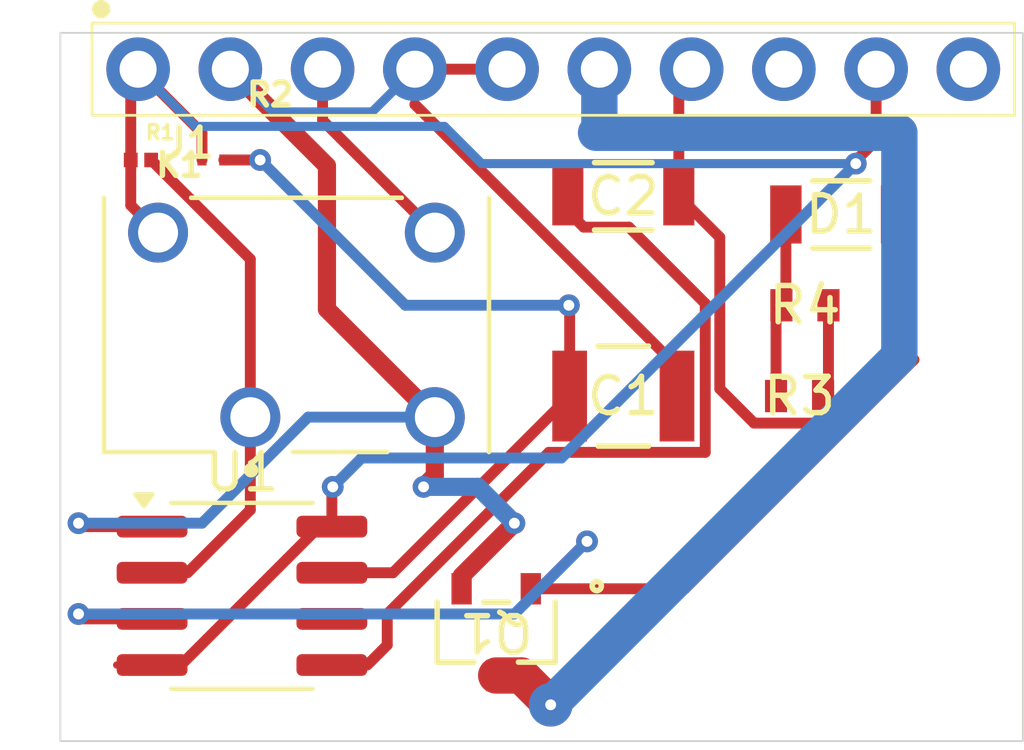
<source format=kicad_pcb>
(kicad_pcb (version 20240108) (generator "pcbnew") (generator_version "8.0")
  (layers (0 "F.Cu" signal) (31 "B.Cu" signal) (34 "B.Paste" user) (35 "F.Paste" user) (36 "B.SilkS" user "B.Silkscreen") (37 "F.SilkS" user "F.Silkscreen") (38 "B.Mask" user) (39 "F.Mask" user) (44 "Edge.Cuts" user))
  (net 0 "")
  (net 1 "Net-(U1-CV)")
  (net 2 "/GND")
  (net 3 "Net-(U1-TR)")
  (net 4 "/Vs")
  (net 5 "Net-(U1-DIS)")
  (net 6 "Net-(D1-K)")
  (net 7 "Net-(D1-A)")
  (net 10 "Net-(Q1-D)")
  (net 11 "Net-(J1-Pad3)")
  (footprint "1k Resistor:STA_RMCF0603_STP-L" (layer "F.Cu") (at 74.5 33)
    (property "Reference" "R4" (at 0 0 0) (layer "F.SilkS"))
    (property "Value" "1k")
    (pad "1" smd rect (at -0.6477 0) (size 0.6096 0.889) (layers "F.Cu" "F.Paste" "F.Mask") (net 6 "Net-(D1-K)"))
    (pad "2" smd rect (at 0.6477 0) (size 0.6096 0.889) (layers "F.Cu" "F.Paste" "F.Mask") (net 2 "/GND"))
  )
  (footprint "RTDS LED:SOT23_INF" (layer "F.Cu") (at 66 42 180)
    (property "Reference" "Q1" (at 0 0 180) (layer "F.SilkS"))
    (property "Value" "AON6411")
    (fp_line (start 1.6256 0.8255) (end 1.6256 -0.8255) (stroke (width 0.1524)) (layer "F.SilkS"))
    (fp_line (start 1.6256 -0.8255) (end 0.61214 -0.8255) (stroke (width 0.1524)) (layer "F.SilkS"))
    (fp_line (start -0.34036 0.8255) (end 0.34036 0.8255) (stroke (width 0.1524)) (layer "F.SilkS"))
    (fp_line (start -0.61214 -0.8255) (end -1.6256 -0.8255) (stroke (width 0.1524)) (layer "F.SilkS"))
    (fp_line (start -1.6256 -0.8255) (end -1.6256 0.8255) (stroke (width 0.1524)) (layer "F.SilkS"))
    (fp_circle (center -2.7686 1.27) (end -2.6416 1.27) (stroke (width 0.1524)) (fill none) (layer "F.SilkS"))
    (pad "1" smd rect (at -0.9525 1.1938 180) (size 0.5588 0.8636) (layers "F.Cu" "F.Paste" "F.Mask") (net 7 "Net-(D1-A)"))
    (pad "2" smd rect (at 0.9525 1.1938 180) (size 0.5588 0.8636) (layers "F.Cu" "F.Paste" "F.Mask") (net 2 "/GND"))
    (pad "3" smd rect (at 0 -1.1938 180) (size 0.5588 0.8636) (layers "F.Cu" "F.Paste" "F.Mask") (net 10 "Net-(Q1-D)"))
  )
  (footprint "Yellow RTDS LED:LED_AP3216SYD_KNB" (layer "F.Cu") (at 75.5 30.5)
    (property "Reference" "D1" (at 0 0 0) (layer "F.SilkS"))
    (property "Value" "LED (Test)")
    (fp_line (start -0.78465 0.9271) (end 0.78465 0.9271) (stroke (width 0.1524)) (layer "F.SilkS"))
    (fp_line (start 0.78465 -0.9271) (end -0.78465 -0.9271) (stroke (width 0.1524)) (layer "F.SilkS"))
    (pad "1" smd rect (at -1.524 0) (size 0.8636 1.6002) (layers "F.Cu" "F.Paste" "F.Mask") (net 6 "Net-(D1-K)"))
    (pad "2" smd rect (at 1.524 0) (size 0.8636 1.6002) (layers "F.Cu" "F.Paste" "F.Mask") (net 7 "Net-(D1-A)"))
  )
  (footprint "57.6 RTDS Resistor:RES_ERJ1GNF5762C" (layer "F.Cu") (at 58.2 29)
    (property "Reference" "R2" (at 1.575 -1.8 0) (layer "F.SilkS") (effects (font (size 0.629921 0.629921))))
    (property "Value" "57.6k")
    (pad "1" smd rect (at -0.3 0) (size 0.25 0.3) (layers "F.Cu" "F.Paste" "F.Mask") (net 4 "/Vs"))
    (pad "2" smd rect (at 0.3 0) (size 0.25 0.3) (layers "F.Cu" "F.Paste" "F.Mask") (net 5 "Net-(U1-DIS)"))
  )
  (footprint "RTDS Relay:RELAY_G6L-1P_DC5" (layer "F.Cu") (at 60.5 33.54)
    (property "Reference" "K1" (at -3.218 -4.4064 0) (layer "F.SilkS") (effects (font (size 0.64 0.64))))
    (property "Value" "G6L-1P_DC5")
    (fp_line (start -5.3 -3.5) (end -5.3 3.5) (stroke (width 0.127)) (layer "F.SilkS"))
    (fp_line (start -5.3 3.5) (end -2.3 3.5) (stroke (width 0.127)) (layer "F.SilkS"))
    (fp_line (start -0.1 3.5) (end 2.5 3.5) (stroke (width 0.127)) (layer "F.SilkS"))
    (fp_line (start 2.9 -3.5) (end -2.9 -3.5) (stroke (width 0.127)) (layer "F.SilkS"))
    (fp_line (start 5.3 3.5) (end 5.3 -3.5) (stroke (width 0.127)) (layer "F.SilkS"))
    (fp_circle (center -1.25 4) (end -1.15 4) (stroke (width 0.2)) (fill none) (layer "F.SilkS"))
    (pad "2" thru_hole circle (at -1.27 2.54) (size 1.65 1.65) (drill 1.1) (layers "*.Cu" "*.Mask") (net 3 "Net-(U1-TR)"))
    (pad "4" thru_hole circle (at 3.81 2.54) (size 1.65 1.65) (drill 1.1) (layers "*.Cu" "*.Mask") (net 2 "/GND"))
    (pad "5" thru_hole circle (at 3.81 -2.54) (size 1.65 1.65) (drill 1.1) (layers "*.Cu" "*.Mask") (net 11 "Net-(J1-Pad3)"))
    (pad "8" thru_hole circle (at -3.81 -2.54) (size 1.65 1.65) (drill 1.1) (layers "*.Cu" "*.Mask") (net 4 "/Vs"))
  )
  (footprint "Capacitor 47u:CAP_CL32_SAM" (layer "F.Cu") (at 69.5 35.5)
    (property "Reference" "C1" (at 0 0 0) (layer "F.SilkS"))
    (property "Value" "47u")
    (fp_line (start -0.692451 1.377) (end 0.692451 1.377) (stroke (width 0.1524)) (layer "F.SilkS"))
    (fp_line (start 0.692451 -1.377) (end -0.692451 -1.377) (stroke (width 0.1524)) (layer "F.SilkS"))
    (pad "1" smd rect (at -1.477801 0) (size 0.9556 2.5) (layers "F.Cu" "F.Paste" "F.Mask") (net 5 "Net-(U1-DIS)"))
    (pad "2" smd rect (at 1.477801 0) (size 0.9556 2.5) (layers "F.Cu" "F.Paste" "F.Mask") (net 2 "/GND"))
  )
  (footprint "10K RTDS Resistor:RESC0603X26N" (layer "F.Cu") (at 56.219 29)
    (property "Reference" "R1" (at 0.53 -0.76 0) (layer "F.SilkS") (effects (font (size 0.393701 0.393701))))
    (property "Value" "10k")
    (pad "1" smd rect (at -0.281 0) (size 0.38 0.4) (layers "F.Cu" "F.Paste" "F.Mask") (net 4 "/Vs"))
    (pad "2" smd rect (at 0.281 0) (size 0.38 0.4) (layers "F.Cu" "F.Paste" "F.Mask") (net 3 "Net-(U1-TR)"))
  )
  (footprint "Package_SO:SOIC-8_3.9x4.9mm_P1.27mm" (layer "F.Cu") (at 59 41)
    (property "Reference" "U1" (at 0 -3.4 0) (layer "F.SilkS"))
    (property "Value" "NE555D")
    (fp_line (start 0 -2.56) (end -1.95 -2.56) (stroke (width 0.12)) (layer "F.SilkS"))
    (fp_line (start 0 -2.56) (end 1.95 -2.56) (stroke (width 0.12)) (layer "F.SilkS"))
    (fp_line (start 0 2.56) (end -1.95 2.56) (stroke (width 0.12)) (layer "F.SilkS"))
    (fp_line (start 0 2.56) (end 1.95 2.56) (stroke (width 0.12)) (layer "F.SilkS"))
    (fp_poly (pts (xy -2.7 -2.465) (xy -2.94 -2.795) (xy -2.46 -2.795) (xy -2.7 -2.465)) (stroke (width 0.12)) (fill solid) (layer "F.SilkS"))
    (pad "1" smd roundrect (at -2.475 -1.905) (size 1.95 0.6) (layers "F.Cu" "F.Paste" "F.Mask") (net 2 "/GND"))
    (pad "2" smd roundrect (at -2.475 -0.635) (size 1.95 0.6) (layers "F.Cu" "F.Paste" "F.Mask") (net 3 "Net-(U1-TR)"))
    (pad "3" smd roundrect (at -2.475 0.635) (size 1.95 0.6) (layers "F.Cu" "F.Paste" "F.Mask") (net 7 "Net-(D1-A)"))
    (pad "4" smd roundrect (at -2.475 1.905) (size 1.95 0.6) (layers "F.Cu" "F.Paste" "F.Mask") (net 4 "/Vs"))
    (pad "5" smd roundrect (at 2.475 1.905) (size 1.95 0.6) (layers "F.Cu" "F.Paste" "F.Mask") (net 1 "Net-(U1-CV)"))
    (pad "6" smd roundrect (at 2.475 0.635) (size 1.95 0.6) (layers "F.Cu" "F.Paste" "F.Mask") (net 5 "Net-(U1-DIS)"))
    (pad "7" smd roundrect (at 2.475 -0.635) (size 1.95 0.6) (layers "F.Cu" "F.Paste" "F.Mask") (net 5 "Net-(U1-DIS)"))
    (pad "8" smd roundrect (at 2.475 -1.905) (size 1.95 0.6) (layers "F.Cu" "F.Paste" "F.Mask") (net 4 "/Vs"))
  )
  (footprint "Capacitor 0.1u:CAP_CL31_SAM" (layer "F.Cu") (at 69.5 30)
    (property "Reference" "C2" (at 0 0 0) (layer "F.SilkS"))
    (property "Value" "0.1u")
    (fp_line (start -0.792451 0.927) (end 0.792451 0.927) (stroke (width 0.1524)) (layer "F.SilkS"))
    (fp_line (start 0.792451 -0.927) (end -0.792451 -0.927) (stroke (width 0.1524)) (layer "F.SilkS"))
    (pad "1" smd rect (at -1.527801 0) (size 0.8556 1.6) (layers "F.Cu" "F.Paste" "F.Mask") (net 1 "Net-(U1-CV)"))
    (pad "2" smd rect (at 1.527801 0) (size 0.8556 1.6) (layers "F.Cu" "F.Paste" "F.Mask") (net 2 "/GND"))
  )
  (footprint "1k Resistor:STA_RMCF0603_STP-L" (layer "F.Cu") (at 74.3523 35.5)
    (property "Reference" "R3" (at 0 0 0) (layer "F.SilkS"))
    (property "Value" "1k")
    (pad "1" smd rect (at -0.6477 0) (size 0.6096 0.889) (layers "F.Cu" "F.Paste" "F.Mask") (net 6 "Net-(D1-K)"))
    (pad "2" smd rect (at 0.6477 0) (size 0.6096 0.889) (layers "F.Cu" "F.Paste" "F.Mask") (net 2 "/GND"))
  )
  (footprint "10 pin output:1X10-2.54MM-THT" (layer "F.Cu") (at 56.14 26.5)
    (property "Reference" "J1" (at 1.397 2.032 0) (layer "F.SilkS") (effects (font (size 0.8 0.8))))
    (property "Value" "PH1-10-UA")
    (fp_line (start -1.27 -1.27) (end -1.27 1.27) (stroke (width 0.0762)) (layer "F.SilkS"))
    (fp_line (start -1.27 -1.27) (end 24.13 -1.27) (stroke (width 0.0762)) (layer "F.SilkS"))
    (fp_line (start 24.13 -1.27) (end 24.13 1.27) (stroke (width 0.0762)) (layer "F.SilkS"))
    (fp_line (start 24.13 1.27) (end -1.27 1.27) (stroke (width 0.0762)) (layer "F.SilkS"))
    (fp_circle (center -1.016 -1.651) (end -0.762 -1.651) (fill solid) (layer "F.SilkS"))
    (pad "1" thru_hole circle (at 0 0) (size 1.75 1.75) (drill 1.02) (layers "*.Cu" "*.Mask") (net 4 "/Vs"))
    (pad "2" thru_hole circle (at 2.54 0) (size 1.75 1.75) (drill 1.02) (layers "*.Cu" "*.Mask") (net 2 "/GND"))
    (pad "3" thru_hole circle (at 5.08 0) (size 1.75 1.75) (drill 1.02) (layers "*.Cu" "*.Mask") (net 11 "Net-(J1-Pad3)"))
    (pad "4" thru_hole circle (at 7.62 0) (size 1.75 1.75) (drill 1.02) (layers "*.Cu" "*.Mask") (net 2 "/GND"))
    (pad "5" thru_hole circle (at 10.16 0) (size 1.75 1.75) (drill 1.02) (layers "*.Cu" "*.Mask") (net 2 "/GND"))
    (pad "6" thru_hole circle (at 12.7 0) (size 1.75 1.75) (drill 1.02) (layers "*.Cu" "*.Mask") (net 10 "Net-(Q1-D)"))
    (pad "7" thru_hole circle (at 15.24 0) (size 1.75 1.75) (drill 1.02) (layers "*.Cu" "*.Mask") (net 2 "/GND"))
    (pad "8" thru_hole circle (at 17.78 0) (size 1.75 1.75) (drill 1.02) (layers "*.Cu" "*.Mask"))
    (pad "9" thru_hole circle (at 20.32 0) (size 1.75 1.75) (drill 1.02) (layers "*.Cu" "*.Mask") (net 4 "/Vs"))
    (pad "10" thru_hole circle (at 22.86 0) (size 1.75 1.75) (drill 1.02) (layers "*.Cu" "*.Mask"))
  )
  (gr_rect (start 54 25.5) (end 80.5 45) (stroke (width 0.05)) (fill none) (layer "Edge.Cuts"))
  (segment (start 68.409377 30.8492) (end 69.6538 30.8492) (width 0.3) (layer "F.Cu") (net 1))
  (segment (start 67.972199 30) (end 67.972199 30.412022) (width 0.2) (layer "F.Cu") (net 1))
  (segment (start 67.45 37.05) (end 63 41.5) (width 0.3) (layer "F.Cu") (net 1))
  (segment (start 71.755601 37.05) (end 67.45 37.05) (width 0.3) (layer "F.Cu") (net 1))
  (segment (start 71.755601 32.951001) (end 71.755601 37.05) (width 0.3) (layer "F.Cu") (net 1))
  (segment (start 63 41.5) (end 63 42.354999) (width 0.3) (layer "F.Cu") (net 1))
  (segment (start 63 42.354999) (end 62.449999 42.905) (width 0.3) (layer "F.Cu") (net 1))
  (segment (start 69.6538 30.8492) (end 71.755601 32.951001) (width 0.3) (layer "F.Cu") (net 1))
  (segment (start 67.972199 30.412022) (end 68.409377 30.8492) (width 0.3) (layer "F.Cu") (net 1))
  (segment (start 62.449999 42.905) (end 61.475 42.905) (width 0.2) (layer "F.Cu") (net 1))
  (segment (start 72.155601 35.300301) (end 73.0998 36.2445) (width 0.3) (layer "F.Cu") (net 2))
  (segment (start 75.1477 33) (end 75.1477 35.3523) (width 0.3) (layer "F.Cu") (net 2))
  (segment (start 71.027801 26.852199) (end 71.38 26.5) (width 0.2) (layer "F.Cu") (net 2))
  (segment (start 72.155601 31.1278) (end 72.155601 35.300301) (width 0.3) (layer "F.Cu") (net 2))
  (segment (start 65.0475 40.4525) (end 66.5 39) (width 0.5) (layer "F.Cu") (net 2))
  (segment (start 71.027801 30) (end 71.027801 26.852199) (width 0.3) (layer "F.Cu") (net 2))
  (segment (start 74.9 36.2445) (end 75 36.1445) (width 0.3) (layer "F.Cu") (net 2))
  (segment (start 71.027801 30) (end 72.155601 31.1278) (width 0.3) (layer "F.Cu") (net 2))
  (segment (start 70.977801 35.5) (end 70.977801 34.687978) (width 0.2) (layer "F.Cu") (net 2))
  (segment (start 61.34 29.16) (end 58.68 26.5) (width 0.5) (layer "F.Cu") (net 2))
  (segment (start 75 36.1445) (end 75 35.5) (width 0.3) (layer "F.Cu") (net 2))
  (segment (start 56.525 39.095) (end 54.595 39.095) (width 0.3) (layer "F.Cu") (net 2))
  (segment (start 64.31 36.08) (end 64.31 37.69) (width 0.5) (layer "F.Cu") (net 2))
  (segment (start 70.977801 34.687978) (end 63.76 27.470177) (width 0.3) (layer "F.Cu") (net 2))
  (segment (start 54.595 39.095) (end 54.5 39) (width 0.2) (layer "F.Cu") (net 2))
  (segment (start 63.76 26.5) (end 66.3 26.5) (width 0.3) (layer "F.Cu") (net 2))
  (segment (start 65.0475 40.8062) (end 65.0475 40.4525) (width 0.2) (layer "F.Cu") (net 2))
  (segment (start 75.1477 35.3523) (end 75 35.5) (width 0.2) (layer "F.Cu") (net 2))
  (segment (start 73.0998 36.2445) (end 74.9 36.2445) (width 0.3) (layer "F.Cu") (net 2))
  (segment (start 64.31 37.69) (end 64 38) (width 0.5) (layer "F.Cu") (net 2))
  (segment (start 64.31 36.08) (end 61.34 33.11) (width 0.5) (layer "F.Cu") (net 2))
  (segment (start 61.34 33.11) (end 61.34 29.16) (width 0.5) (layer "F.Cu") (net 2))
  (segment (start 63.76 27.470177) (end 63.76 26.5) (width 0.2) (layer "F.Cu") (net 2))
  (via (at 66.5 39) (size 0.6) (drill 0.3) (layers "F.Cu" "B.Cu") (net 2))
  (via (at 64 38) (size 0.6) (drill 0.3) (layers "F.Cu" "B.Cu") (net 2))
  (via (at 54.5 39) (size 0.6) (drill 0.3) (layers "F.Cu" "B.Cu") (net 2))
  (segment (start 57.900991 39) (end 60.820991 36.08) (width 0.3) (layer "B.Cu") (net 2))
  (segment (start 54.5 39) (end 57.900991 39) (width 0.3) (layer "B.Cu") (net 2))
  (segment (start 65.5 38) (end 66.5 39) (width 0.5) (layer "B.Cu") (net 2))
  (segment (start 59.855 27.675) (end 58.68 26.5) (width 0.25) (layer "B.Cu") (net 2))
  (segment (start 62.585 27.675) (end 59.855 27.675) (width 0.25) (layer "B.Cu") (net 2))
  (segment (start 63.76 26.5) (end 62.585 27.675) (width 0.25) (layer "B.Cu") (net 2))
  (segment (start 60.820991 36.08) (end 64.31 36.08) (width 0.3) (layer "B.Cu") (net 2))
  (segment (start 64 38) (end 65.5 38) (width 0.5) (layer "B.Cu") (net 2))
  (segment (start 57.499999 40.365) (end 56.525 40.365) (width 0.2) (layer "F.Cu") (net 3))
  (segment (start 59.23 36.08) (end 59.23 38.634999) (width 0.3) (layer "F.Cu") (net 3))
  (segment (start 59.23 36.08) (end 59.23 31.73) (width 0.3) (layer "F.Cu") (net 3))
  (segment (start 59.23 31.73) (end 56.5 29) (width 0.3) (layer "F.Cu") (net 3))
  (segment (start 59.23 38.634999) (end 57.499999 40.365) (width 0.3) (layer "F.Cu") (net 3))
  (segment (start 57.9 29) (end 57.9 28.26) (width 0.3) (layer "F.Cu") (net 4))
  (segment (start 56.525 42.905) (end 57.319448 42.905) (width 0.2) (layer "F.Cu") (net 4))
  (segment (start 61.475 38.025) (end 61.5 38) (width 0.2) (layer "F.Cu") (net 4))
  (segment (start 57.9 28.26) (end 56.14 26.5) (width 0.3) (layer "F.Cu") (net 4))
  (segment (start 55.550001 42.905) (end 56.525 42.905) (width 0.2) (layer "F.Cu") (net 4))
  (segment (start 61.129448 39.095) (end 61.475 39.095) (width 0.2) (layer "F.Cu") (net 4))
  (segment (start 75.9 29.02) (end 75.9 29.1) (width 0.2) (layer "F.Cu") (net 4))
  (segment (start 55.938 26.702) (end 56.14 26.5) (width 0.2) (layer "F.Cu") (net 4))
  (segment (start 61.475 39.095) (end 61.475 38.025) (width 0.3) (layer "F.Cu") (net 4))
  (segment (start 76.46 26.5) (end 76.46 28.46) (width 0.3) (layer "F.Cu") (net 4))
  (segment (start 55.938 30.248) (end 56.69 31) (width 0.3) (layer "F.Cu") (net 4))
  (segment (start 55.938 29) (end 55.938 26.702) (width 0.3) (layer "F.Cu") (net 4))
  (segment (start 57.319448 42.905) (end 61.129448 39.095) (width 0.3) (layer "F.Cu") (net 4))
  (segment (start 76.46 28.46) (end 75.9 29.02) (width 0.3) (layer "F.Cu") (net 4))
  (segment (start 55.938 29) (end 55.938 30.248) (width 0.3) (layer "F.Cu") (net 4))
  (via (at 75.9 29.1) (size 0.6) (drill 0.3) (layers "F.Cu" "B.Cu") (net 4))
  (via (at 61.5 38) (size 0.6) (drill 0.3) (layers "F.Cu" "B.Cu") (net 4))
  (segment (start 62.295 37.205) (end 61.5 38) (width 0.3) (layer "B.Cu") (net 4))
  (segment (start 75.9 29.1) (end 65.6 29.1) (width 0.25) (layer "B.Cu") (net 4))
  (segment (start 57.715 28.075) (end 56.14 26.5) (width 0.25) (layer "B.Cu") (net 4))
  (segment (start 65.6 29.1) (end 64.575 28.075) (width 0.25) (layer "B.Cu") (net 4))
  (segment (start 67.795 37.205) (end 62.295 37.205) (width 0.3) (layer "B.Cu") (net 4))
  (segment (start 75.9 29.1) (end 67.795 37.205) (width 0.3) (layer "B.Cu") (net 4))
  (segment (start 64.575 28.075) (end 57.715 28.075) (width 0.25) (layer "B.Cu") (net 4))
  (segment (start 68.022199 35.5) (end 68.022199 33.022199) (width 0.3) (layer "F.Cu") (net 5))
  (segment (start 58.5 29) (end 59.5 29) (width 0.3) (layer "F.Cu") (net 5))
  (segment (start 68.022199 33.022199) (end 68 33) (width 0.2) (layer "F.Cu") (net 5))
  (segment (start 68.022199 35.5) (end 63.157199 40.365) (width 0.3) (layer "F.Cu") (net 5))
  (segment (start 63.157199 40.365) (end 61.475 40.365) (width 0.3) (layer "F.Cu") (net 5))
  (via (at 68 33) (size 0.6) (drill 0.3) (layers "F.Cu" "B.Cu") (net 5))
  (via (at 59.5 29) (size 0.6) (drill 0.3) (layers "F.Cu" "B.Cu") (net 5))
  (segment (start 63.5 33) (end 68 33) (width 0.3) (layer "B.Cu") (net 5))
  (segment (start 59.5 29) (end 63.5 33) (width 0.3) (layer "B.Cu") (net 5))
  (segment (start 73.8523 33) (end 73.8523 33.1477) (width 0.2) (layer "F.Cu") (net 6))
  (segment (start 73.8523 33.1477) (end 73.7046 33.2954) (width 0.2) (layer "F.Cu") (net 6))
  (segment (start 73.976 30.5) (end 73.976 32.8763) (width 0.3) (layer "F.Cu") (net 6))
  (segment (start 73.976 32.8763) (end 73.8523 33) (width 0.2) (layer "F.Cu") (net 6))
  (segment (start 73.7046 33.2954) (end 73.7046 35.5) (width 0.3) (layer "F.Cu") (net 6))
  (segment (start 73.8523 30.1477) (end 74 30) (width 0.2) (layer "F.Cu") (net 6))
  (segment (start 71.1938 40.8062) (end 66.9525 40.8062) (width 0.3) (layer "F.Cu") (net 7))
  (segment (start 56.525 41.635) (end 54.635 41.635) (width 0.3) (layer "F.Cu") (net 7))
  (segment (start 54.635 41.635) (end 54.5 41.5) (width 0.2) (layer "F.Cu") (net 7))
  (segment (start 67.1938 40.8062) (end 68.5 39.5) (width 0.3) (layer "F.Cu") (net 7))
  (segment (start 77.5 34.5) (end 71.1938 40.8062) (width 0.3) (layer "F.Cu") (net 7))
  (segment (start 66.9525 40.8062) (end 67.1938 40.8062) (width 0.2) (layer "F.Cu") (net 7))
  (segment (start 77.024 30.5) (end 77.024 34.024) (width 0.3) (layer "F.Cu") (net 7))
  (segment (start 77.024 34.024) (end 77.5 34.5) (width 0.3) (layer "F.Cu") (net 7))
  (via (at 68.5 39.5) (size 0.6) (drill 0.3) (layers "F.Cu" "B.Cu") (net 7))
  (via (at 54.5 41.5) (size 0.6) (drill 0.3) (layers "F.Cu" "B.Cu") (net 7))
  (segment (start 66.5 41.5) (end 54.5 41.5) (width 0.3) (layer "B.Cu") (net 7))
  (segment (start 68.5 39.5) (end 66.5 41.5) (width 0.3) (layer "B.Cu") (net 7))
  (segment (start 66.6938 43.1938) (end 67.5 44) (width 1) (layer "F.Cu") (net 10))
  (segment (start 66 43.1938) (end 66.6938 43.1938) (width 1) (layer "F.Cu") (net 10))
  (via (at 67.5 44) (size 1.2) (drill 0.3) (layers "F.Cu" "B.Cu") (net 10))
  (segment (start 68.748529 28.251471) (end 68.84 28.16) (width 0.2) (layer "B.Cu") (net 10))
  (segment (start 77.1 28.251471) (end 68.748529 28.251471) (width 1) (layer "B.Cu") (net 10))
  (segment (start 77.1 34.4) (end 77.1 28.251471) (width 1) (layer "B.Cu") (net 10))
  (segment (start 67.5 44) (end 77.1 34.4) (width 1) (layer "B.Cu") (net 10))
  (segment (start 68.84 28.16) (end 68.84 26.5) (width 1) (layer "B.Cu") (net 10))
  (segment (start 61.22 27.91) (end 64.31 31) (width 0.3) (layer "F.Cu") (net 11))
  (segment (start 61.22 26.5) (end 61.22 27.91) (width 0.3) (layer "F.Cu") (net 11))
)
</source>
